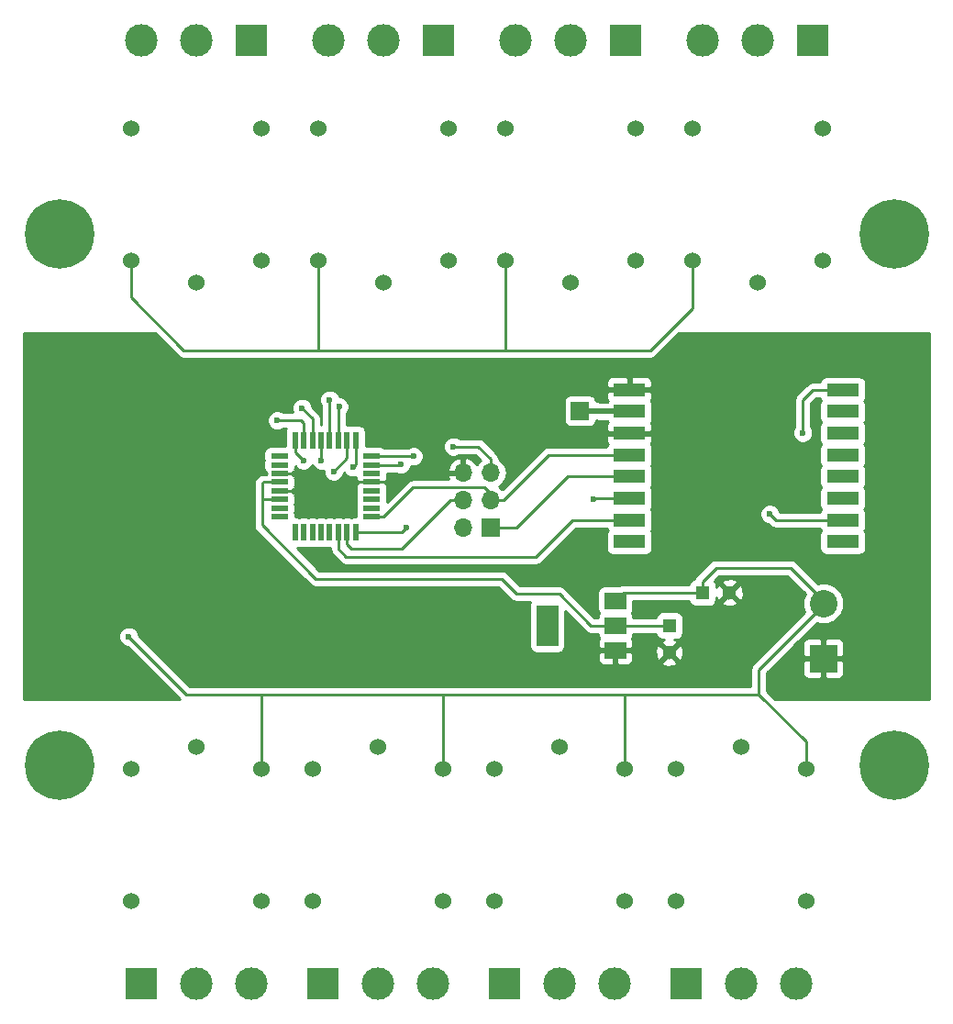
<source format=gtl>
G04 #@! TF.FileFunction,Copper,L1,Top,Signal*
%FSLAX45Y45*%
G04 Gerber Fmt 4.5, Leading zero omitted, Abs format (unit mm)*
G04 Created by KiCad (PCBNEW 4.0.5-e0-6337~49~ubuntu16.04.1) date Tue Jan 24 14:39:18 2017*
%MOMM*%
%LPD*%
G01*
G04 APERTURE LIST*
%ADD10C,0.100000*%
%ADD11R,1.600000X0.550000*%
%ADD12R,0.550000X1.600000*%
%ADD13R,2.540000X2.540000*%
%ADD14C,2.540000*%
%ADD15R,1.700000X1.700000*%
%ADD16O,1.700000X1.700000*%
%ADD17R,2.000000X3.800000*%
%ADD18R,2.000000X1.500000*%
%ADD19R,3.000000X1.200000*%
%ADD20R,1.300000X1.300000*%
%ADD21C,1.300000*%
%ADD22R,3.000000X3.000000*%
%ADD23C,3.000000*%
%ADD24C,1.524000*%
%ADD25C,6.400000*%
%ADD26C,0.600000*%
%ADD27C,0.250000*%
%ADD28C,0.500000*%
%ADD29C,0.254000*%
G04 APERTURE END LIST*
D10*
D11*
X14510200Y-9841900D03*
X14510200Y-9921900D03*
X14510200Y-10001900D03*
X14510200Y-10081900D03*
X14510200Y-10161900D03*
X14510200Y-10241900D03*
X14510200Y-10321900D03*
X14510200Y-10401900D03*
D12*
X14655200Y-10546900D03*
X14735200Y-10546900D03*
X14815200Y-10546900D03*
X14895200Y-10546900D03*
X14975200Y-10546900D03*
X15055200Y-10546900D03*
X15135200Y-10546900D03*
X15215200Y-10546900D03*
D11*
X15360200Y-10401900D03*
X15360200Y-10321900D03*
X15360200Y-10241900D03*
X15360200Y-10161900D03*
X15360200Y-10081900D03*
X15360200Y-10001900D03*
X15360200Y-9921900D03*
X15360200Y-9841900D03*
D12*
X15215200Y-9696900D03*
X15135200Y-9696900D03*
X15055200Y-9696900D03*
X14975200Y-9696900D03*
X14895200Y-9696900D03*
X14815200Y-9696900D03*
X14735200Y-9696900D03*
X14655200Y-9696900D03*
D13*
X19532600Y-11709400D03*
D14*
X19532600Y-11201400D03*
D15*
X17284700Y-9423400D03*
X16459200Y-10502900D03*
D16*
X16205200Y-10502900D03*
X16459200Y-10248900D03*
X16205200Y-10248900D03*
X16459200Y-9994900D03*
X16205200Y-9994900D03*
D17*
X16982400Y-11404600D03*
D18*
X17612400Y-11404600D03*
X17612400Y-11174600D03*
X17612400Y-11634600D03*
D19*
X19710700Y-10629900D03*
X19710700Y-10429900D03*
X19710700Y-10229900D03*
X19710700Y-10029900D03*
X19710700Y-9829900D03*
X19710700Y-9629900D03*
X19710700Y-9429900D03*
X19710700Y-9229900D03*
X17740700Y-9229900D03*
X17740700Y-9429900D03*
X17740700Y-9629900D03*
X17740700Y-9829900D03*
X17740700Y-10029900D03*
X17740700Y-10229900D03*
X17740700Y-10429900D03*
X17740700Y-10629900D03*
D20*
X18415000Y-11099800D03*
D21*
X18665000Y-11099800D03*
D20*
X18110200Y-11404600D03*
D21*
X18110200Y-11654600D03*
D22*
X14249400Y-6007100D03*
D23*
X13741400Y-6007100D03*
X13233400Y-6007100D03*
X14960600Y-6007100D03*
X15468600Y-6007100D03*
D22*
X15976600Y-6007100D03*
X17703800Y-6007100D03*
D23*
X17195800Y-6007100D03*
X16687800Y-6007100D03*
X18415000Y-6007100D03*
X18923000Y-6007100D03*
D22*
X19431000Y-6007100D03*
D23*
X19278600Y-14706600D03*
X18770600Y-14706600D03*
D22*
X18262600Y-14706600D03*
X16586200Y-14706600D03*
D23*
X17094200Y-14706600D03*
X17602200Y-14706600D03*
X15925800Y-14706600D03*
X15417800Y-14706600D03*
D22*
X14909800Y-14706600D03*
X13233400Y-14706600D03*
D23*
X13741400Y-14706600D03*
X14249400Y-14706600D03*
D24*
X13741400Y-8239500D03*
X13141400Y-6819500D03*
X14341400Y-6819500D03*
X14341400Y-8039500D03*
X13141400Y-8039500D03*
X14868600Y-8039500D03*
X16068600Y-8039500D03*
X16068600Y-6819500D03*
X14868600Y-6819500D03*
X15468600Y-8239500D03*
X17195800Y-8239500D03*
X16595800Y-6819500D03*
X17795800Y-6819500D03*
X17795800Y-8039500D03*
X16595800Y-8039500D03*
X18323000Y-8039500D03*
X19523000Y-8039500D03*
X19523000Y-6819500D03*
X18323000Y-6819500D03*
X18923000Y-8239500D03*
X18770600Y-12525000D03*
X19370600Y-13945000D03*
X18170600Y-13945000D03*
X18170600Y-12725000D03*
X19370600Y-12725000D03*
X17694200Y-12725000D03*
X16494200Y-12725000D03*
X16494200Y-13945000D03*
X17694200Y-13945000D03*
X17094200Y-12525000D03*
X15417800Y-12525000D03*
X16017800Y-13945000D03*
X14817800Y-13945000D03*
X14817800Y-12725000D03*
X16017800Y-12725000D03*
X14341400Y-12725000D03*
X13141400Y-12725000D03*
X13141400Y-13945000D03*
X14341400Y-13945000D03*
X13741400Y-12525000D03*
D25*
X20183000Y-7792700D03*
X12483000Y-7792700D03*
X12483000Y-12697400D03*
X20183000Y-12697400D03*
D26*
X19342100Y-9626600D03*
X17411700Y-10236200D03*
X15684500Y-10502900D03*
X14897100Y-9880600D03*
X16116300Y-9753600D03*
X14732000Y-9880600D03*
X19037300Y-10375900D03*
X13119100Y-11506200D03*
X15633700Y-9918700D03*
X15748000Y-9842500D03*
X15189200Y-9944100D03*
X15011400Y-9982200D03*
X15062200Y-9385300D03*
X14973300Y-9321800D03*
X14719300Y-9398000D03*
X14490700Y-9512300D03*
D27*
X19710700Y-9229900D02*
X19434000Y-9229900D01*
X19434000Y-9229900D02*
X19342100Y-9321800D01*
X19342100Y-9321800D02*
X19342100Y-9626600D01*
X14351000Y-10241900D02*
X14351000Y-10477500D01*
X14846300Y-10972800D02*
X16560800Y-10972800D01*
X14351000Y-10477500D02*
X14846300Y-10972800D01*
X14510200Y-10241900D02*
X14351000Y-10241900D01*
X14351000Y-10241900D02*
X14351000Y-10236200D01*
X14510200Y-10081900D02*
X14365600Y-10081900D01*
X14351000Y-10096500D02*
X14351000Y-10236200D01*
X14365600Y-10081900D02*
X14351000Y-10096500D01*
X16560800Y-10972800D02*
X16700500Y-11112500D01*
X17094200Y-11112500D02*
X17386300Y-11404600D01*
X16700500Y-11112500D02*
X17094200Y-11112500D01*
X17386300Y-11404600D02*
X17612400Y-11404600D01*
X17612400Y-11404600D02*
X18110200Y-11404600D01*
X14508300Y-10083800D02*
X14510200Y-10081900D01*
X17740700Y-10429900D02*
X17218000Y-10429900D01*
X15055200Y-10699100D02*
X15055200Y-10546900D01*
X15125700Y-10769600D02*
X15055200Y-10699100D01*
X16878300Y-10769600D02*
X15125700Y-10769600D01*
X17218000Y-10429900D02*
X16878300Y-10769600D01*
X17418000Y-10229900D02*
X17740700Y-10229900D01*
X17411700Y-10236200D02*
X17418000Y-10229900D01*
X16205200Y-10248900D02*
X16205200Y-10287000D01*
X15135200Y-10546900D02*
X15135200Y-10652100D01*
X15643170Y-10693400D02*
X15677140Y-10659430D01*
X15176500Y-10693400D02*
X15643170Y-10693400D01*
X15135200Y-10652100D02*
X15176500Y-10693400D01*
X16087670Y-10248900D02*
X15677140Y-10659430D01*
X16205200Y-10248900D02*
X16087670Y-10248900D01*
X15215200Y-10546900D02*
X15640500Y-10546900D01*
X15640500Y-10546900D02*
X15684500Y-10502900D01*
X16459200Y-10502900D02*
X16700500Y-10502900D01*
X17173500Y-10029900D02*
X17740700Y-10029900D01*
X16700500Y-10502900D02*
X17173500Y-10029900D01*
X16995730Y-9829900D02*
X16576730Y-10248900D01*
X17740700Y-9829900D02*
X16995730Y-9829900D01*
X16459200Y-10248900D02*
X16517970Y-10248900D01*
X16517970Y-10248900D02*
X16576730Y-10248900D01*
X15744790Y-10129840D02*
X15472730Y-10401900D01*
X16398910Y-10129840D02*
X15744790Y-10129840D01*
X16517970Y-10248900D02*
X16398910Y-10129840D01*
X15360200Y-10401900D02*
X15472730Y-10401900D01*
X14895200Y-9696900D02*
X14895200Y-9878700D01*
X14895200Y-9878700D02*
X14897100Y-9880600D01*
X16459200Y-9994900D02*
X16459200Y-9867900D01*
X16344900Y-9753600D02*
X16116300Y-9753600D01*
X16459200Y-9867900D02*
X16344900Y-9753600D01*
X14897100Y-9695000D02*
X14895200Y-9696900D01*
X14655200Y-9696900D02*
X14655200Y-9803800D01*
X14655200Y-9803800D02*
X14732000Y-9880600D01*
X19710700Y-10429900D02*
X19091300Y-10429900D01*
X19091300Y-10429900D02*
X19037300Y-10375900D01*
D28*
X17451230Y-9429900D02*
X17444730Y-9423400D01*
X17740700Y-9429900D02*
X17451230Y-9429900D01*
X17284700Y-9423400D02*
X17444730Y-9423400D01*
D27*
X14341400Y-12725000D02*
X14341400Y-12039600D01*
X14341400Y-12039600D02*
X14338300Y-12039600D01*
X13119100Y-11506200D02*
X13652500Y-12039600D01*
X13652500Y-12039600D02*
X14338300Y-12039600D01*
X14338300Y-12039600D02*
X14973300Y-12039600D01*
X18323000Y-8039500D02*
X18323000Y-8474000D01*
X18323000Y-8474000D02*
X17932400Y-8864600D01*
X13141400Y-8039500D02*
X13141400Y-8378900D01*
X13627100Y-8864600D02*
X13843000Y-8864600D01*
X13141400Y-8378900D02*
X13627100Y-8864600D01*
X14868600Y-8039500D02*
X14868600Y-8864600D01*
X14868600Y-8864600D02*
X14859000Y-8864600D01*
X16595800Y-8039500D02*
X16595800Y-8864600D01*
X16595800Y-8864600D02*
X16598900Y-8864600D01*
X19370600Y-12725000D02*
X19370600Y-12474600D01*
X19370600Y-12474600D02*
X18935600Y-12039600D01*
X17694200Y-12725000D02*
X17694200Y-12039600D01*
X17694200Y-12039600D02*
X17691100Y-12039600D01*
X16017800Y-12725000D02*
X16017800Y-12039600D01*
X16017800Y-12039600D02*
X16027400Y-12039600D01*
X18415000Y-11099800D02*
X17687200Y-11099800D01*
X17687200Y-11099800D02*
X17612400Y-11174600D01*
X14859000Y-8049100D02*
X14868600Y-8039500D01*
X14859000Y-8864600D02*
X13843000Y-8864600D01*
X17932400Y-8864600D02*
X17043400Y-8864600D01*
X17043400Y-8864600D02*
X16598900Y-8864600D01*
X16598900Y-8864600D02*
X15303500Y-8864600D01*
X15303500Y-8864600D02*
X14859000Y-8864600D01*
X18935600Y-12039600D02*
X17691100Y-12039600D01*
X17691100Y-12039600D02*
X17259300Y-12039600D01*
X17259300Y-12039600D02*
X16027400Y-12039600D01*
X16027400Y-12039600D02*
X15582900Y-12039600D01*
X15582900Y-12039600D02*
X14973300Y-12039600D01*
X19532600Y-11201400D02*
X19532600Y-11214100D01*
X19532600Y-11214100D02*
X18935600Y-11811100D01*
X18935600Y-11811100D02*
X18935600Y-12039600D01*
X19532600Y-11201400D02*
X19532600Y-11176000D01*
X19532600Y-11176000D02*
X19227800Y-10871200D01*
X19227800Y-10871200D02*
X18757900Y-10871200D01*
X18757900Y-10871200D02*
X18542000Y-10871200D01*
X18542000Y-10871200D02*
X18415000Y-10998200D01*
X18415000Y-10998200D02*
X18415000Y-11099800D01*
X15360200Y-10081900D02*
X15610200Y-10081900D01*
X15697200Y-9994900D02*
X16205200Y-9994900D01*
X15610200Y-10081900D02*
X15697200Y-9994900D01*
X14510200Y-10161900D02*
X14831700Y-10161900D01*
X14831700Y-10161900D02*
X14911700Y-10081900D01*
X15360200Y-10081900D02*
X14911700Y-10081900D01*
X14911700Y-10081900D02*
X14895200Y-10081900D01*
X14815200Y-10001900D02*
X14510200Y-10001900D01*
X14895200Y-10081900D02*
X14815200Y-10001900D01*
X15630500Y-9921900D02*
X15360200Y-9921900D01*
X15633700Y-9918700D02*
X15630500Y-9921900D01*
X15360200Y-9841900D02*
X15747400Y-9841900D01*
X15747400Y-9841900D02*
X15748000Y-9842500D01*
X15215200Y-9918100D02*
X15215200Y-9696900D01*
X15189200Y-9944100D02*
X15215200Y-9918100D01*
X15135200Y-9696900D02*
X15135200Y-9858400D01*
X15135200Y-9858400D02*
X15011400Y-9982200D01*
X15055200Y-9392300D02*
X15055200Y-9696900D01*
X15062200Y-9385300D02*
X15055200Y-9392300D01*
X14975200Y-9696900D02*
X14975200Y-9323700D01*
X14975200Y-9323700D02*
X14973300Y-9321800D01*
X14973300Y-9695000D02*
X14975200Y-9696900D01*
X14815200Y-9696900D02*
X14815200Y-9493900D01*
X14815200Y-9493900D02*
X14719300Y-9398000D01*
X14732000Y-9537700D02*
X14732000Y-9693700D01*
X14706600Y-9512300D02*
X14732000Y-9537700D01*
X14490700Y-9512300D02*
X14706600Y-9512300D01*
X14732000Y-9693700D02*
X14735200Y-9696900D01*
D29*
G36*
X13573360Y-8918340D02*
X13598016Y-8934815D01*
X13627100Y-8940600D01*
X17932400Y-8940600D01*
X17961484Y-8934815D01*
X17986140Y-8918340D01*
X18194380Y-8710100D01*
X20512000Y-8710100D01*
X20512000Y-12084700D01*
X19088180Y-12084700D01*
X19011600Y-12008120D01*
X19011600Y-11842580D01*
X19116205Y-11737975D01*
X19342100Y-11737975D01*
X19342100Y-11849031D01*
X19351767Y-11872370D01*
X19369630Y-11890233D01*
X19392969Y-11899900D01*
X19504025Y-11899900D01*
X19519900Y-11884025D01*
X19519900Y-11722100D01*
X19545300Y-11722100D01*
X19545300Y-11884025D01*
X19561175Y-11899900D01*
X19672231Y-11899900D01*
X19695570Y-11890233D01*
X19713433Y-11872370D01*
X19723100Y-11849031D01*
X19723100Y-11737975D01*
X19707225Y-11722100D01*
X19545300Y-11722100D01*
X19519900Y-11722100D01*
X19357975Y-11722100D01*
X19342100Y-11737975D01*
X19116205Y-11737975D01*
X19284411Y-11569769D01*
X19342100Y-11569769D01*
X19342100Y-11680825D01*
X19357975Y-11696700D01*
X19519900Y-11696700D01*
X19519900Y-11534775D01*
X19545300Y-11534775D01*
X19545300Y-11696700D01*
X19707225Y-11696700D01*
X19723100Y-11680825D01*
X19723100Y-11569769D01*
X19713433Y-11546430D01*
X19695570Y-11528567D01*
X19672231Y-11518900D01*
X19561175Y-11518900D01*
X19545300Y-11534775D01*
X19519900Y-11534775D01*
X19504025Y-11518900D01*
X19392969Y-11518900D01*
X19369630Y-11528567D01*
X19351767Y-11546430D01*
X19342100Y-11569769D01*
X19284411Y-11569769D01*
X19471769Y-11382411D01*
X19494541Y-11391867D01*
X19570327Y-11391933D01*
X19640369Y-11362992D01*
X19694004Y-11309450D01*
X19723067Y-11239459D01*
X19723133Y-11163674D01*
X19694192Y-11093631D01*
X19640651Y-11039996D01*
X19570659Y-11010933D01*
X19494874Y-11010867D01*
X19480773Y-11016693D01*
X19281540Y-10817460D01*
X19256884Y-10800985D01*
X19227800Y-10795200D01*
X18542000Y-10795200D01*
X18512916Y-10800985D01*
X18488260Y-10817460D01*
X18361260Y-10944460D01*
X18344785Y-10969116D01*
X18344388Y-10971112D01*
X18326468Y-10974484D01*
X18304856Y-10988391D01*
X18290357Y-11009611D01*
X18287484Y-11023800D01*
X17687200Y-11023800D01*
X17658116Y-11029585D01*
X17650228Y-11034856D01*
X17512400Y-11034856D01*
X17488868Y-11039284D01*
X17467256Y-11053191D01*
X17452757Y-11074411D01*
X17447656Y-11099600D01*
X17447656Y-11249600D01*
X17452084Y-11273132D01*
X17462776Y-11289748D01*
X17452757Y-11304411D01*
X17447859Y-11328600D01*
X17417780Y-11328600D01*
X17147940Y-11058760D01*
X17123284Y-11042285D01*
X17094200Y-11036500D01*
X16731980Y-11036500D01*
X16614540Y-10919060D01*
X16589884Y-10902585D01*
X16560800Y-10896800D01*
X14877780Y-10896800D01*
X14672624Y-10691644D01*
X14682700Y-10691644D01*
X14695659Y-10689206D01*
X14707700Y-10691644D01*
X14762700Y-10691644D01*
X14775659Y-10689206D01*
X14787700Y-10691644D01*
X14842700Y-10691644D01*
X14855659Y-10689206D01*
X14867700Y-10691644D01*
X14922700Y-10691644D01*
X14935659Y-10689206D01*
X14947700Y-10691644D01*
X14979200Y-10691644D01*
X14979200Y-10699100D01*
X14984985Y-10728184D01*
X15001460Y-10752840D01*
X15071960Y-10823340D01*
X15096616Y-10839815D01*
X15125700Y-10845600D01*
X16878300Y-10845600D01*
X16907384Y-10839815D01*
X16932040Y-10823340D01*
X17249480Y-10505900D01*
X17528967Y-10505900D01*
X17530384Y-10513432D01*
X17541076Y-10530048D01*
X17531057Y-10544711D01*
X17525956Y-10569900D01*
X17525956Y-10689900D01*
X17530384Y-10713432D01*
X17544291Y-10735044D01*
X17565511Y-10749543D01*
X17590700Y-10754644D01*
X17890700Y-10754644D01*
X17914232Y-10750216D01*
X17935844Y-10736309D01*
X17950343Y-10715089D01*
X17955444Y-10689900D01*
X17955444Y-10569900D01*
X17951016Y-10546368D01*
X17940324Y-10529752D01*
X17950343Y-10515089D01*
X17955444Y-10489900D01*
X17955444Y-10394417D01*
X18943784Y-10394417D01*
X18957988Y-10428794D01*
X18984267Y-10455119D01*
X19018620Y-10469384D01*
X19023308Y-10469388D01*
X19037560Y-10483640D01*
X19062216Y-10500115D01*
X19091300Y-10505900D01*
X19498967Y-10505900D01*
X19500384Y-10513432D01*
X19511076Y-10530048D01*
X19501057Y-10544711D01*
X19495956Y-10569900D01*
X19495956Y-10689900D01*
X19500384Y-10713432D01*
X19514291Y-10735044D01*
X19535511Y-10749543D01*
X19560700Y-10754644D01*
X19860700Y-10754644D01*
X19884232Y-10750216D01*
X19905844Y-10736309D01*
X19920343Y-10715089D01*
X19925444Y-10689900D01*
X19925444Y-10569900D01*
X19921016Y-10546368D01*
X19910324Y-10529752D01*
X19920343Y-10515089D01*
X19925444Y-10489900D01*
X19925444Y-10369900D01*
X19921016Y-10346368D01*
X19910324Y-10329752D01*
X19920343Y-10315089D01*
X19925444Y-10289900D01*
X19925444Y-10169900D01*
X19921016Y-10146368D01*
X19910324Y-10129752D01*
X19920343Y-10115089D01*
X19925444Y-10089900D01*
X19925444Y-9969900D01*
X19921016Y-9946368D01*
X19910324Y-9929752D01*
X19920343Y-9915089D01*
X19925444Y-9889900D01*
X19925444Y-9769900D01*
X19921016Y-9746368D01*
X19910324Y-9729752D01*
X19920343Y-9715089D01*
X19925444Y-9689900D01*
X19925444Y-9569900D01*
X19921016Y-9546368D01*
X19910324Y-9529752D01*
X19920343Y-9515089D01*
X19925444Y-9489900D01*
X19925444Y-9369900D01*
X19921016Y-9346368D01*
X19910324Y-9329752D01*
X19920343Y-9315089D01*
X19925444Y-9289900D01*
X19925444Y-9169900D01*
X19921016Y-9146368D01*
X19907109Y-9124756D01*
X19885889Y-9110257D01*
X19860700Y-9105156D01*
X19560700Y-9105156D01*
X19537168Y-9109584D01*
X19515556Y-9123491D01*
X19501057Y-9144711D01*
X19499196Y-9153900D01*
X19434000Y-9153900D01*
X19404916Y-9159685D01*
X19380260Y-9176160D01*
X19288360Y-9268060D01*
X19271885Y-9292716D01*
X19266100Y-9321800D01*
X19266100Y-9570354D01*
X19262881Y-9573567D01*
X19248616Y-9607920D01*
X19248584Y-9645117D01*
X19262788Y-9679494D01*
X19289067Y-9705819D01*
X19323420Y-9720084D01*
X19360617Y-9720116D01*
X19394994Y-9705912D01*
X19421319Y-9679633D01*
X19435584Y-9645280D01*
X19435616Y-9608083D01*
X19421412Y-9573706D01*
X19418100Y-9570388D01*
X19418100Y-9353280D01*
X19465480Y-9305900D01*
X19498967Y-9305900D01*
X19500384Y-9313432D01*
X19511076Y-9330048D01*
X19501057Y-9344711D01*
X19495956Y-9369900D01*
X19495956Y-9489900D01*
X19500384Y-9513432D01*
X19511076Y-9530048D01*
X19501057Y-9544711D01*
X19495956Y-9569900D01*
X19495956Y-9689900D01*
X19500384Y-9713432D01*
X19511076Y-9730048D01*
X19501057Y-9744711D01*
X19495956Y-9769900D01*
X19495956Y-9889900D01*
X19500384Y-9913432D01*
X19511076Y-9930048D01*
X19501057Y-9944711D01*
X19495956Y-9969900D01*
X19495956Y-10089900D01*
X19500384Y-10113432D01*
X19511076Y-10130048D01*
X19501057Y-10144711D01*
X19495956Y-10169900D01*
X19495956Y-10289900D01*
X19500384Y-10313432D01*
X19511076Y-10330048D01*
X19501057Y-10344711D01*
X19499196Y-10353900D01*
X19129377Y-10353900D01*
X19116612Y-10323006D01*
X19090333Y-10296681D01*
X19055980Y-10282416D01*
X19018783Y-10282384D01*
X18984406Y-10296588D01*
X18958081Y-10322867D01*
X18943816Y-10357220D01*
X18943784Y-10394417D01*
X17955444Y-10394417D01*
X17955444Y-10369900D01*
X17951016Y-10346368D01*
X17940324Y-10329752D01*
X17950343Y-10315089D01*
X17955444Y-10289900D01*
X17955444Y-10169900D01*
X17951016Y-10146368D01*
X17940324Y-10129752D01*
X17950343Y-10115089D01*
X17955444Y-10089900D01*
X17955444Y-9969900D01*
X17951016Y-9946368D01*
X17940324Y-9929752D01*
X17950343Y-9915089D01*
X17955444Y-9889900D01*
X17955444Y-9769900D01*
X17951016Y-9746368D01*
X17940452Y-9729951D01*
X17944533Y-9725870D01*
X17954200Y-9702531D01*
X17954200Y-9658475D01*
X17938325Y-9642600D01*
X17753400Y-9642600D01*
X17753400Y-9644600D01*
X17728000Y-9644600D01*
X17728000Y-9642600D01*
X17543075Y-9642600D01*
X17527200Y-9658475D01*
X17527200Y-9702531D01*
X17536867Y-9725870D01*
X17541063Y-9730066D01*
X17531057Y-9744711D01*
X17529196Y-9753900D01*
X16995730Y-9753900D01*
X16966646Y-9759685D01*
X16941990Y-9776160D01*
X16569975Y-10148175D01*
X16567115Y-10143895D01*
X16534197Y-10121900D01*
X16567115Y-10099905D01*
X16599305Y-10051729D01*
X16610609Y-9994900D01*
X16599305Y-9938072D01*
X16567115Y-9889895D01*
X16535200Y-9868570D01*
X16535200Y-9867900D01*
X16529415Y-9838816D01*
X16512940Y-9814160D01*
X16398640Y-9699860D01*
X16373984Y-9683385D01*
X16344900Y-9677600D01*
X16172546Y-9677600D01*
X16169333Y-9674381D01*
X16134980Y-9660116D01*
X16097783Y-9660084D01*
X16063406Y-9674288D01*
X16037081Y-9700567D01*
X16022816Y-9734920D01*
X16022784Y-9772117D01*
X16036988Y-9806494D01*
X16063267Y-9832819D01*
X16097620Y-9847084D01*
X16134817Y-9847116D01*
X16169194Y-9832912D01*
X16172512Y-9829600D01*
X16313420Y-9829600D01*
X16364731Y-9880911D01*
X16351285Y-9889895D01*
X16332365Y-9918210D01*
X16332364Y-9918208D01*
X16293336Y-9875382D01*
X16240889Y-9850751D01*
X16217900Y-9862818D01*
X16217900Y-9982200D01*
X16219900Y-9982200D01*
X16219900Y-10007600D01*
X16217900Y-10007600D01*
X16217900Y-10009600D01*
X16192500Y-10009600D01*
X16192500Y-10007600D01*
X16073184Y-10007600D01*
X16061052Y-10030589D01*
X16070683Y-10053840D01*
X15744790Y-10053840D01*
X15722871Y-10058200D01*
X15715706Y-10059625D01*
X15691050Y-10076100D01*
X15504944Y-10262206D01*
X15504944Y-10214400D01*
X15502506Y-10201441D01*
X15504944Y-10189400D01*
X15504944Y-10134400D01*
X15502955Y-10123830D01*
X15503700Y-10122031D01*
X15503700Y-10110475D01*
X15494060Y-10100835D01*
X15486609Y-10089256D01*
X15475860Y-10081912D01*
X15485344Y-10075809D01*
X15494249Y-10062776D01*
X15503700Y-10053325D01*
X15503700Y-10041769D01*
X15502853Y-10039725D01*
X15504944Y-10029400D01*
X15504944Y-9997900D01*
X15580648Y-9997900D01*
X15580667Y-9997919D01*
X15615020Y-10012184D01*
X15652217Y-10012216D01*
X15686594Y-9998012D01*
X15712919Y-9971733D01*
X15718119Y-9959211D01*
X16061052Y-9959211D01*
X16073184Y-9982200D01*
X16192500Y-9982200D01*
X16192500Y-9862818D01*
X16169511Y-9850751D01*
X16117064Y-9875382D01*
X16078035Y-9918208D01*
X16061052Y-9959211D01*
X15718119Y-9959211D01*
X15727184Y-9937380D01*
X15727186Y-9935098D01*
X15729320Y-9935984D01*
X15766517Y-9936016D01*
X15800894Y-9921812D01*
X15827219Y-9895533D01*
X15841484Y-9861180D01*
X15841516Y-9823983D01*
X15827312Y-9789606D01*
X15801033Y-9763281D01*
X15766680Y-9749016D01*
X15729483Y-9748984D01*
X15695106Y-9763188D01*
X15692389Y-9765900D01*
X15481697Y-9765900D01*
X15465389Y-9754757D01*
X15440200Y-9749656D01*
X15307444Y-9749656D01*
X15307444Y-9616900D01*
X15303016Y-9593368D01*
X15289109Y-9571756D01*
X15267889Y-9557257D01*
X15242700Y-9552156D01*
X15187700Y-9552156D01*
X15174741Y-9554594D01*
X15162700Y-9552156D01*
X15131200Y-9552156D01*
X15131200Y-9448534D01*
X15141419Y-9438333D01*
X15155684Y-9403980D01*
X15155716Y-9366783D01*
X15143988Y-9338400D01*
X17134956Y-9338400D01*
X17134956Y-9508400D01*
X17139384Y-9531932D01*
X17153291Y-9553544D01*
X17174511Y-9568043D01*
X17199700Y-9573144D01*
X17369700Y-9573144D01*
X17393232Y-9568716D01*
X17414844Y-9554809D01*
X17429343Y-9533589D01*
X17433147Y-9514803D01*
X17451230Y-9518400D01*
X17451231Y-9518400D01*
X17533581Y-9518400D01*
X17540948Y-9529849D01*
X17536867Y-9533930D01*
X17527200Y-9557269D01*
X17527200Y-9601325D01*
X17543075Y-9617200D01*
X17728000Y-9617200D01*
X17728000Y-9615200D01*
X17753400Y-9615200D01*
X17753400Y-9617200D01*
X17938325Y-9617200D01*
X17954200Y-9601325D01*
X17954200Y-9557269D01*
X17944533Y-9533930D01*
X17940337Y-9529734D01*
X17950343Y-9515089D01*
X17955444Y-9489900D01*
X17955444Y-9369900D01*
X17951016Y-9346368D01*
X17940452Y-9329951D01*
X17944533Y-9325870D01*
X17954200Y-9302531D01*
X17954200Y-9258475D01*
X17938325Y-9242600D01*
X17753400Y-9242600D01*
X17753400Y-9244600D01*
X17728000Y-9244600D01*
X17728000Y-9242600D01*
X17543075Y-9242600D01*
X17527200Y-9258475D01*
X17527200Y-9302531D01*
X17536867Y-9325870D01*
X17541063Y-9330066D01*
X17533319Y-9341400D01*
X17477408Y-9341400D01*
X17472782Y-9340480D01*
X17444730Y-9334900D01*
X17444730Y-9334900D01*
X17433785Y-9334900D01*
X17430016Y-9314868D01*
X17416109Y-9293256D01*
X17394889Y-9278757D01*
X17369700Y-9273656D01*
X17199700Y-9273656D01*
X17176168Y-9278084D01*
X17154556Y-9291991D01*
X17140057Y-9313211D01*
X17134956Y-9338400D01*
X15143988Y-9338400D01*
X15141512Y-9332406D01*
X15115233Y-9306081D01*
X15080880Y-9291816D01*
X15062071Y-9291800D01*
X15052612Y-9268906D01*
X15026333Y-9242581D01*
X14991980Y-9228316D01*
X14954783Y-9228284D01*
X14920406Y-9242488D01*
X14894081Y-9268767D01*
X14879816Y-9303120D01*
X14879784Y-9340317D01*
X14893988Y-9374694D01*
X14899200Y-9379915D01*
X14899200Y-9552156D01*
X14891200Y-9552156D01*
X14891200Y-9493900D01*
X14885415Y-9464816D01*
X14868940Y-9440160D01*
X14812812Y-9384032D01*
X14812816Y-9379483D01*
X14798612Y-9345106D01*
X14772333Y-9318781D01*
X14737980Y-9304516D01*
X14700783Y-9304484D01*
X14666406Y-9318688D01*
X14640081Y-9344967D01*
X14625816Y-9379320D01*
X14625784Y-9416517D01*
X14633958Y-9436300D01*
X14546946Y-9436300D01*
X14543733Y-9433081D01*
X14509380Y-9418816D01*
X14472183Y-9418784D01*
X14437806Y-9432988D01*
X14411481Y-9459267D01*
X14397216Y-9493620D01*
X14397184Y-9530817D01*
X14411388Y-9565194D01*
X14437667Y-9591519D01*
X14472020Y-9605784D01*
X14509217Y-9605816D01*
X14543594Y-9591612D01*
X14546912Y-9588300D01*
X14570387Y-9588300D01*
X14568057Y-9591711D01*
X14562956Y-9616900D01*
X14562956Y-9749656D01*
X14430200Y-9749656D01*
X14406668Y-9754084D01*
X14385056Y-9767991D01*
X14370557Y-9789211D01*
X14365456Y-9814400D01*
X14365456Y-9869400D01*
X14367894Y-9882359D01*
X14365456Y-9894400D01*
X14365456Y-9949400D01*
X14367445Y-9959971D01*
X14366700Y-9961769D01*
X14366700Y-9973325D01*
X14376340Y-9982965D01*
X14383791Y-9994544D01*
X14394540Y-10001888D01*
X14388305Y-10005900D01*
X14365600Y-10005900D01*
X14336516Y-10011685D01*
X14311860Y-10028160D01*
X14297260Y-10042760D01*
X14280785Y-10067416D01*
X14275000Y-10096500D01*
X14275000Y-10477500D01*
X14280785Y-10506584D01*
X14297260Y-10531240D01*
X14792560Y-11026540D01*
X14817216Y-11043015D01*
X14846300Y-11048800D01*
X16529320Y-11048800D01*
X16646760Y-11166240D01*
X16671416Y-11182715D01*
X16700500Y-11188500D01*
X16823379Y-11188500D01*
X16822757Y-11189411D01*
X16817656Y-11214600D01*
X16817656Y-11594600D01*
X16822084Y-11618132D01*
X16835991Y-11639744D01*
X16857211Y-11654243D01*
X16882400Y-11659344D01*
X17082400Y-11659344D01*
X17105932Y-11654916D01*
X17127544Y-11641009D01*
X17130620Y-11636508D01*
X17980438Y-11636508D01*
X17983392Y-11687543D01*
X17997239Y-11720973D01*
X18020298Y-11726541D01*
X18092240Y-11654600D01*
X18128161Y-11654600D01*
X18200102Y-11726541D01*
X18223161Y-11720973D01*
X18239962Y-11672692D01*
X18237008Y-11621657D01*
X18223161Y-11588227D01*
X18200102Y-11582659D01*
X18128161Y-11654600D01*
X18092240Y-11654600D01*
X18020298Y-11582659D01*
X17997239Y-11588227D01*
X17980438Y-11636508D01*
X17130620Y-11636508D01*
X17142043Y-11619789D01*
X17147144Y-11594600D01*
X17147144Y-11272924D01*
X17332560Y-11458340D01*
X17357216Y-11474815D01*
X17386300Y-11480600D01*
X17447844Y-11480600D01*
X17452084Y-11503132D01*
X17462648Y-11519549D01*
X17458567Y-11523630D01*
X17448900Y-11546969D01*
X17448900Y-11606025D01*
X17464775Y-11621900D01*
X17599700Y-11621900D01*
X17599700Y-11619900D01*
X17625100Y-11619900D01*
X17625100Y-11621900D01*
X17760025Y-11621900D01*
X17775900Y-11606025D01*
X17775900Y-11546969D01*
X17766233Y-11523630D01*
X17762037Y-11519434D01*
X17772043Y-11504789D01*
X17776942Y-11480600D01*
X17982526Y-11480600D01*
X17984884Y-11493132D01*
X17998791Y-11514744D01*
X18020011Y-11529243D01*
X18045200Y-11534344D01*
X18061439Y-11534344D01*
X18043827Y-11541639D01*
X18038259Y-11564698D01*
X18110200Y-11636639D01*
X18182141Y-11564698D01*
X18176573Y-11541639D01*
X18155610Y-11534344D01*
X18175200Y-11534344D01*
X18198732Y-11529916D01*
X18220344Y-11516009D01*
X18234843Y-11494789D01*
X18239944Y-11469600D01*
X18239944Y-11339600D01*
X18235516Y-11316068D01*
X18221609Y-11294456D01*
X18200389Y-11279957D01*
X18175200Y-11274856D01*
X18045200Y-11274856D01*
X18021668Y-11279284D01*
X18000056Y-11293191D01*
X17985557Y-11314411D01*
X17982684Y-11328600D01*
X17776956Y-11328600D01*
X17772716Y-11306068D01*
X17762024Y-11289452D01*
X17772043Y-11274789D01*
X17777144Y-11249600D01*
X17777144Y-11175800D01*
X18287326Y-11175800D01*
X18289684Y-11188332D01*
X18303591Y-11209944D01*
X18324811Y-11224443D01*
X18350000Y-11229544D01*
X18480000Y-11229544D01*
X18503532Y-11225116D01*
X18525144Y-11211209D01*
X18539643Y-11189989D01*
X18539701Y-11189702D01*
X18593059Y-11189702D01*
X18598627Y-11212761D01*
X18646908Y-11229562D01*
X18697943Y-11226608D01*
X18731373Y-11212761D01*
X18736941Y-11189702D01*
X18665000Y-11117761D01*
X18593059Y-11189702D01*
X18539701Y-11189702D01*
X18544744Y-11164800D01*
X18544744Y-11148562D01*
X18552039Y-11166173D01*
X18575098Y-11171741D01*
X18647040Y-11099800D01*
X18682961Y-11099800D01*
X18754902Y-11171741D01*
X18777961Y-11166173D01*
X18794762Y-11117892D01*
X18791808Y-11066857D01*
X18777961Y-11033427D01*
X18754902Y-11027859D01*
X18682961Y-11099800D01*
X18647040Y-11099800D01*
X18575098Y-11027859D01*
X18552039Y-11033427D01*
X18544744Y-11054390D01*
X18544744Y-11034800D01*
X18540316Y-11011268D01*
X18539435Y-11009898D01*
X18593059Y-11009898D01*
X18665000Y-11081840D01*
X18736941Y-11009898D01*
X18731373Y-10986839D01*
X18683092Y-10970038D01*
X18632057Y-10972992D01*
X18598627Y-10986839D01*
X18593059Y-11009898D01*
X18539435Y-11009898D01*
X18528216Y-10992464D01*
X18573480Y-10947200D01*
X19196320Y-10947200D01*
X19362768Y-11113648D01*
X19342133Y-11163341D01*
X19342067Y-11239126D01*
X19359033Y-11280187D01*
X18881860Y-11757360D01*
X18865385Y-11782016D01*
X18859600Y-11811100D01*
X18859600Y-11963600D01*
X13683980Y-11963600D01*
X13383555Y-11663175D01*
X17448900Y-11663175D01*
X17448900Y-11722231D01*
X17458567Y-11745570D01*
X17476430Y-11763433D01*
X17499769Y-11773100D01*
X17583825Y-11773100D01*
X17599700Y-11757225D01*
X17599700Y-11647300D01*
X17625100Y-11647300D01*
X17625100Y-11757225D01*
X17640975Y-11773100D01*
X17725031Y-11773100D01*
X17748370Y-11763433D01*
X17766233Y-11745570D01*
X17766675Y-11744502D01*
X18038259Y-11744502D01*
X18043827Y-11767561D01*
X18092108Y-11784362D01*
X18143143Y-11781408D01*
X18176573Y-11767561D01*
X18182141Y-11744502D01*
X18110200Y-11672560D01*
X18038259Y-11744502D01*
X17766675Y-11744502D01*
X17775900Y-11722231D01*
X17775900Y-11663175D01*
X17760025Y-11647300D01*
X17625100Y-11647300D01*
X17599700Y-11647300D01*
X17464775Y-11647300D01*
X17448900Y-11663175D01*
X13383555Y-11663175D01*
X13212612Y-11492232D01*
X13212616Y-11487683D01*
X13198412Y-11453306D01*
X13172133Y-11426981D01*
X13137780Y-11412716D01*
X13100583Y-11412684D01*
X13066206Y-11426888D01*
X13039881Y-11453167D01*
X13025616Y-11487520D01*
X13025584Y-11524717D01*
X13039788Y-11559094D01*
X13066067Y-11585419D01*
X13100420Y-11599684D01*
X13105108Y-11599688D01*
X13590120Y-12084700D01*
X12154000Y-12084700D01*
X12154000Y-9157269D01*
X17527200Y-9157269D01*
X17527200Y-9201325D01*
X17543075Y-9217200D01*
X17728000Y-9217200D01*
X17728000Y-9122275D01*
X17753400Y-9122275D01*
X17753400Y-9217200D01*
X17938325Y-9217200D01*
X17954200Y-9201325D01*
X17954200Y-9157269D01*
X17944533Y-9133930D01*
X17926670Y-9116067D01*
X17903331Y-9106400D01*
X17769275Y-9106400D01*
X17753400Y-9122275D01*
X17728000Y-9122275D01*
X17712125Y-9106400D01*
X17578069Y-9106400D01*
X17554730Y-9116067D01*
X17536867Y-9133930D01*
X17527200Y-9157269D01*
X12154000Y-9157269D01*
X12154000Y-8710100D01*
X13365120Y-8710100D01*
X13573360Y-8918340D01*
X13573360Y-8918340D01*
G37*
X13573360Y-8918340D02*
X13598016Y-8934815D01*
X13627100Y-8940600D01*
X17932400Y-8940600D01*
X17961484Y-8934815D01*
X17986140Y-8918340D01*
X18194380Y-8710100D01*
X20512000Y-8710100D01*
X20512000Y-12084700D01*
X19088180Y-12084700D01*
X19011600Y-12008120D01*
X19011600Y-11842580D01*
X19116205Y-11737975D01*
X19342100Y-11737975D01*
X19342100Y-11849031D01*
X19351767Y-11872370D01*
X19369630Y-11890233D01*
X19392969Y-11899900D01*
X19504025Y-11899900D01*
X19519900Y-11884025D01*
X19519900Y-11722100D01*
X19545300Y-11722100D01*
X19545300Y-11884025D01*
X19561175Y-11899900D01*
X19672231Y-11899900D01*
X19695570Y-11890233D01*
X19713433Y-11872370D01*
X19723100Y-11849031D01*
X19723100Y-11737975D01*
X19707225Y-11722100D01*
X19545300Y-11722100D01*
X19519900Y-11722100D01*
X19357975Y-11722100D01*
X19342100Y-11737975D01*
X19116205Y-11737975D01*
X19284411Y-11569769D01*
X19342100Y-11569769D01*
X19342100Y-11680825D01*
X19357975Y-11696700D01*
X19519900Y-11696700D01*
X19519900Y-11534775D01*
X19545300Y-11534775D01*
X19545300Y-11696700D01*
X19707225Y-11696700D01*
X19723100Y-11680825D01*
X19723100Y-11569769D01*
X19713433Y-11546430D01*
X19695570Y-11528567D01*
X19672231Y-11518900D01*
X19561175Y-11518900D01*
X19545300Y-11534775D01*
X19519900Y-11534775D01*
X19504025Y-11518900D01*
X19392969Y-11518900D01*
X19369630Y-11528567D01*
X19351767Y-11546430D01*
X19342100Y-11569769D01*
X19284411Y-11569769D01*
X19471769Y-11382411D01*
X19494541Y-11391867D01*
X19570327Y-11391933D01*
X19640369Y-11362992D01*
X19694004Y-11309450D01*
X19723067Y-11239459D01*
X19723133Y-11163674D01*
X19694192Y-11093631D01*
X19640651Y-11039996D01*
X19570659Y-11010933D01*
X19494874Y-11010867D01*
X19480773Y-11016693D01*
X19281540Y-10817460D01*
X19256884Y-10800985D01*
X19227800Y-10795200D01*
X18542000Y-10795200D01*
X18512916Y-10800985D01*
X18488260Y-10817460D01*
X18361260Y-10944460D01*
X18344785Y-10969116D01*
X18344388Y-10971112D01*
X18326468Y-10974484D01*
X18304856Y-10988391D01*
X18290357Y-11009611D01*
X18287484Y-11023800D01*
X17687200Y-11023800D01*
X17658116Y-11029585D01*
X17650228Y-11034856D01*
X17512400Y-11034856D01*
X17488868Y-11039284D01*
X17467256Y-11053191D01*
X17452757Y-11074411D01*
X17447656Y-11099600D01*
X17447656Y-11249600D01*
X17452084Y-11273132D01*
X17462776Y-11289748D01*
X17452757Y-11304411D01*
X17447859Y-11328600D01*
X17417780Y-11328600D01*
X17147940Y-11058760D01*
X17123284Y-11042285D01*
X17094200Y-11036500D01*
X16731980Y-11036500D01*
X16614540Y-10919060D01*
X16589884Y-10902585D01*
X16560800Y-10896800D01*
X14877780Y-10896800D01*
X14672624Y-10691644D01*
X14682700Y-10691644D01*
X14695659Y-10689206D01*
X14707700Y-10691644D01*
X14762700Y-10691644D01*
X14775659Y-10689206D01*
X14787700Y-10691644D01*
X14842700Y-10691644D01*
X14855659Y-10689206D01*
X14867700Y-10691644D01*
X14922700Y-10691644D01*
X14935659Y-10689206D01*
X14947700Y-10691644D01*
X14979200Y-10691644D01*
X14979200Y-10699100D01*
X14984985Y-10728184D01*
X15001460Y-10752840D01*
X15071960Y-10823340D01*
X15096616Y-10839815D01*
X15125700Y-10845600D01*
X16878300Y-10845600D01*
X16907384Y-10839815D01*
X16932040Y-10823340D01*
X17249480Y-10505900D01*
X17528967Y-10505900D01*
X17530384Y-10513432D01*
X17541076Y-10530048D01*
X17531057Y-10544711D01*
X17525956Y-10569900D01*
X17525956Y-10689900D01*
X17530384Y-10713432D01*
X17544291Y-10735044D01*
X17565511Y-10749543D01*
X17590700Y-10754644D01*
X17890700Y-10754644D01*
X17914232Y-10750216D01*
X17935844Y-10736309D01*
X17950343Y-10715089D01*
X17955444Y-10689900D01*
X17955444Y-10569900D01*
X17951016Y-10546368D01*
X17940324Y-10529752D01*
X17950343Y-10515089D01*
X17955444Y-10489900D01*
X17955444Y-10394417D01*
X18943784Y-10394417D01*
X18957988Y-10428794D01*
X18984267Y-10455119D01*
X19018620Y-10469384D01*
X19023308Y-10469388D01*
X19037560Y-10483640D01*
X19062216Y-10500115D01*
X19091300Y-10505900D01*
X19498967Y-10505900D01*
X19500384Y-10513432D01*
X19511076Y-10530048D01*
X19501057Y-10544711D01*
X19495956Y-10569900D01*
X19495956Y-10689900D01*
X19500384Y-10713432D01*
X19514291Y-10735044D01*
X19535511Y-10749543D01*
X19560700Y-10754644D01*
X19860700Y-10754644D01*
X19884232Y-10750216D01*
X19905844Y-10736309D01*
X19920343Y-10715089D01*
X19925444Y-10689900D01*
X19925444Y-10569900D01*
X19921016Y-10546368D01*
X19910324Y-10529752D01*
X19920343Y-10515089D01*
X19925444Y-10489900D01*
X19925444Y-10369900D01*
X19921016Y-10346368D01*
X19910324Y-10329752D01*
X19920343Y-10315089D01*
X19925444Y-10289900D01*
X19925444Y-10169900D01*
X19921016Y-10146368D01*
X19910324Y-10129752D01*
X19920343Y-10115089D01*
X19925444Y-10089900D01*
X19925444Y-9969900D01*
X19921016Y-9946368D01*
X19910324Y-9929752D01*
X19920343Y-9915089D01*
X19925444Y-9889900D01*
X19925444Y-9769900D01*
X19921016Y-9746368D01*
X19910324Y-9729752D01*
X19920343Y-9715089D01*
X19925444Y-9689900D01*
X19925444Y-9569900D01*
X19921016Y-9546368D01*
X19910324Y-9529752D01*
X19920343Y-9515089D01*
X19925444Y-9489900D01*
X19925444Y-9369900D01*
X19921016Y-9346368D01*
X19910324Y-9329752D01*
X19920343Y-9315089D01*
X19925444Y-9289900D01*
X19925444Y-9169900D01*
X19921016Y-9146368D01*
X19907109Y-9124756D01*
X19885889Y-9110257D01*
X19860700Y-9105156D01*
X19560700Y-9105156D01*
X19537168Y-9109584D01*
X19515556Y-9123491D01*
X19501057Y-9144711D01*
X19499196Y-9153900D01*
X19434000Y-9153900D01*
X19404916Y-9159685D01*
X19380260Y-9176160D01*
X19288360Y-9268060D01*
X19271885Y-9292716D01*
X19266100Y-9321800D01*
X19266100Y-9570354D01*
X19262881Y-9573567D01*
X19248616Y-9607920D01*
X19248584Y-9645117D01*
X19262788Y-9679494D01*
X19289067Y-9705819D01*
X19323420Y-9720084D01*
X19360617Y-9720116D01*
X19394994Y-9705912D01*
X19421319Y-9679633D01*
X19435584Y-9645280D01*
X19435616Y-9608083D01*
X19421412Y-9573706D01*
X19418100Y-9570388D01*
X19418100Y-9353280D01*
X19465480Y-9305900D01*
X19498967Y-9305900D01*
X19500384Y-9313432D01*
X19511076Y-9330048D01*
X19501057Y-9344711D01*
X19495956Y-9369900D01*
X19495956Y-9489900D01*
X19500384Y-9513432D01*
X19511076Y-9530048D01*
X19501057Y-9544711D01*
X19495956Y-9569900D01*
X19495956Y-9689900D01*
X19500384Y-9713432D01*
X19511076Y-9730048D01*
X19501057Y-9744711D01*
X19495956Y-9769900D01*
X19495956Y-9889900D01*
X19500384Y-9913432D01*
X19511076Y-9930048D01*
X19501057Y-9944711D01*
X19495956Y-9969900D01*
X19495956Y-10089900D01*
X19500384Y-10113432D01*
X19511076Y-10130048D01*
X19501057Y-10144711D01*
X19495956Y-10169900D01*
X19495956Y-10289900D01*
X19500384Y-10313432D01*
X19511076Y-10330048D01*
X19501057Y-10344711D01*
X19499196Y-10353900D01*
X19129377Y-10353900D01*
X19116612Y-10323006D01*
X19090333Y-10296681D01*
X19055980Y-10282416D01*
X19018783Y-10282384D01*
X18984406Y-10296588D01*
X18958081Y-10322867D01*
X18943816Y-10357220D01*
X18943784Y-10394417D01*
X17955444Y-10394417D01*
X17955444Y-10369900D01*
X17951016Y-10346368D01*
X17940324Y-10329752D01*
X17950343Y-10315089D01*
X17955444Y-10289900D01*
X17955444Y-10169900D01*
X17951016Y-10146368D01*
X17940324Y-10129752D01*
X17950343Y-10115089D01*
X17955444Y-10089900D01*
X17955444Y-9969900D01*
X17951016Y-9946368D01*
X17940324Y-9929752D01*
X17950343Y-9915089D01*
X17955444Y-9889900D01*
X17955444Y-9769900D01*
X17951016Y-9746368D01*
X17940452Y-9729951D01*
X17944533Y-9725870D01*
X17954200Y-9702531D01*
X17954200Y-9658475D01*
X17938325Y-9642600D01*
X17753400Y-9642600D01*
X17753400Y-9644600D01*
X17728000Y-9644600D01*
X17728000Y-9642600D01*
X17543075Y-9642600D01*
X17527200Y-9658475D01*
X17527200Y-9702531D01*
X17536867Y-9725870D01*
X17541063Y-9730066D01*
X17531057Y-9744711D01*
X17529196Y-9753900D01*
X16995730Y-9753900D01*
X16966646Y-9759685D01*
X16941990Y-9776160D01*
X16569975Y-10148175D01*
X16567115Y-10143895D01*
X16534197Y-10121900D01*
X16567115Y-10099905D01*
X16599305Y-10051729D01*
X16610609Y-9994900D01*
X16599305Y-9938072D01*
X16567115Y-9889895D01*
X16535200Y-9868570D01*
X16535200Y-9867900D01*
X16529415Y-9838816D01*
X16512940Y-9814160D01*
X16398640Y-9699860D01*
X16373984Y-9683385D01*
X16344900Y-9677600D01*
X16172546Y-9677600D01*
X16169333Y-9674381D01*
X16134980Y-9660116D01*
X16097783Y-9660084D01*
X16063406Y-9674288D01*
X16037081Y-9700567D01*
X16022816Y-9734920D01*
X16022784Y-9772117D01*
X16036988Y-9806494D01*
X16063267Y-9832819D01*
X16097620Y-9847084D01*
X16134817Y-9847116D01*
X16169194Y-9832912D01*
X16172512Y-9829600D01*
X16313420Y-9829600D01*
X16364731Y-9880911D01*
X16351285Y-9889895D01*
X16332365Y-9918210D01*
X16332364Y-9918208D01*
X16293336Y-9875382D01*
X16240889Y-9850751D01*
X16217900Y-9862818D01*
X16217900Y-9982200D01*
X16219900Y-9982200D01*
X16219900Y-10007600D01*
X16217900Y-10007600D01*
X16217900Y-10009600D01*
X16192500Y-10009600D01*
X16192500Y-10007600D01*
X16073184Y-10007600D01*
X16061052Y-10030589D01*
X16070683Y-10053840D01*
X15744790Y-10053840D01*
X15722871Y-10058200D01*
X15715706Y-10059625D01*
X15691050Y-10076100D01*
X15504944Y-10262206D01*
X15504944Y-10214400D01*
X15502506Y-10201441D01*
X15504944Y-10189400D01*
X15504944Y-10134400D01*
X15502955Y-10123830D01*
X15503700Y-10122031D01*
X15503700Y-10110475D01*
X15494060Y-10100835D01*
X15486609Y-10089256D01*
X15475860Y-10081912D01*
X15485344Y-10075809D01*
X15494249Y-10062776D01*
X15503700Y-10053325D01*
X15503700Y-10041769D01*
X15502853Y-10039725D01*
X15504944Y-10029400D01*
X15504944Y-9997900D01*
X15580648Y-9997900D01*
X15580667Y-9997919D01*
X15615020Y-10012184D01*
X15652217Y-10012216D01*
X15686594Y-9998012D01*
X15712919Y-9971733D01*
X15718119Y-9959211D01*
X16061052Y-9959211D01*
X16073184Y-9982200D01*
X16192500Y-9982200D01*
X16192500Y-9862818D01*
X16169511Y-9850751D01*
X16117064Y-9875382D01*
X16078035Y-9918208D01*
X16061052Y-9959211D01*
X15718119Y-9959211D01*
X15727184Y-9937380D01*
X15727186Y-9935098D01*
X15729320Y-9935984D01*
X15766517Y-9936016D01*
X15800894Y-9921812D01*
X15827219Y-9895533D01*
X15841484Y-9861180D01*
X15841516Y-9823983D01*
X15827312Y-9789606D01*
X15801033Y-9763281D01*
X15766680Y-9749016D01*
X15729483Y-9748984D01*
X15695106Y-9763188D01*
X15692389Y-9765900D01*
X15481697Y-9765900D01*
X15465389Y-9754757D01*
X15440200Y-9749656D01*
X15307444Y-9749656D01*
X15307444Y-9616900D01*
X15303016Y-9593368D01*
X15289109Y-9571756D01*
X15267889Y-9557257D01*
X15242700Y-9552156D01*
X15187700Y-9552156D01*
X15174741Y-9554594D01*
X15162700Y-9552156D01*
X15131200Y-9552156D01*
X15131200Y-9448534D01*
X15141419Y-9438333D01*
X15155684Y-9403980D01*
X15155716Y-9366783D01*
X15143988Y-9338400D01*
X17134956Y-9338400D01*
X17134956Y-9508400D01*
X17139384Y-9531932D01*
X17153291Y-9553544D01*
X17174511Y-9568043D01*
X17199700Y-9573144D01*
X17369700Y-9573144D01*
X17393232Y-9568716D01*
X17414844Y-9554809D01*
X17429343Y-9533589D01*
X17433147Y-9514803D01*
X17451230Y-9518400D01*
X17451231Y-9518400D01*
X17533581Y-9518400D01*
X17540948Y-9529849D01*
X17536867Y-9533930D01*
X17527200Y-9557269D01*
X17527200Y-9601325D01*
X17543075Y-9617200D01*
X17728000Y-9617200D01*
X17728000Y-9615200D01*
X17753400Y-9615200D01*
X17753400Y-9617200D01*
X17938325Y-9617200D01*
X17954200Y-9601325D01*
X17954200Y-9557269D01*
X17944533Y-9533930D01*
X17940337Y-9529734D01*
X17950343Y-9515089D01*
X17955444Y-9489900D01*
X17955444Y-9369900D01*
X17951016Y-9346368D01*
X17940452Y-9329951D01*
X17944533Y-9325870D01*
X17954200Y-9302531D01*
X17954200Y-9258475D01*
X17938325Y-9242600D01*
X17753400Y-9242600D01*
X17753400Y-9244600D01*
X17728000Y-9244600D01*
X17728000Y-9242600D01*
X17543075Y-9242600D01*
X17527200Y-9258475D01*
X17527200Y-9302531D01*
X17536867Y-9325870D01*
X17541063Y-9330066D01*
X17533319Y-9341400D01*
X17477408Y-9341400D01*
X17472782Y-9340480D01*
X17444730Y-9334900D01*
X17444730Y-9334900D01*
X17433785Y-9334900D01*
X17430016Y-9314868D01*
X17416109Y-9293256D01*
X17394889Y-9278757D01*
X17369700Y-9273656D01*
X17199700Y-9273656D01*
X17176168Y-9278084D01*
X17154556Y-9291991D01*
X17140057Y-9313211D01*
X17134956Y-9338400D01*
X15143988Y-9338400D01*
X15141512Y-9332406D01*
X15115233Y-9306081D01*
X15080880Y-9291816D01*
X15062071Y-9291800D01*
X15052612Y-9268906D01*
X15026333Y-9242581D01*
X14991980Y-9228316D01*
X14954783Y-9228284D01*
X14920406Y-9242488D01*
X14894081Y-9268767D01*
X14879816Y-9303120D01*
X14879784Y-9340317D01*
X14893988Y-9374694D01*
X14899200Y-9379915D01*
X14899200Y-9552156D01*
X14891200Y-9552156D01*
X14891200Y-9493900D01*
X14885415Y-9464816D01*
X14868940Y-9440160D01*
X14812812Y-9384032D01*
X14812816Y-9379483D01*
X14798612Y-9345106D01*
X14772333Y-9318781D01*
X14737980Y-9304516D01*
X14700783Y-9304484D01*
X14666406Y-9318688D01*
X14640081Y-9344967D01*
X14625816Y-9379320D01*
X14625784Y-9416517D01*
X14633958Y-9436300D01*
X14546946Y-9436300D01*
X14543733Y-9433081D01*
X14509380Y-9418816D01*
X14472183Y-9418784D01*
X14437806Y-9432988D01*
X14411481Y-9459267D01*
X14397216Y-9493620D01*
X14397184Y-9530817D01*
X14411388Y-9565194D01*
X14437667Y-9591519D01*
X14472020Y-9605784D01*
X14509217Y-9605816D01*
X14543594Y-9591612D01*
X14546912Y-9588300D01*
X14570387Y-9588300D01*
X14568057Y-9591711D01*
X14562956Y-9616900D01*
X14562956Y-9749656D01*
X14430200Y-9749656D01*
X14406668Y-9754084D01*
X14385056Y-9767991D01*
X14370557Y-9789211D01*
X14365456Y-9814400D01*
X14365456Y-9869400D01*
X14367894Y-9882359D01*
X14365456Y-9894400D01*
X14365456Y-9949400D01*
X14367445Y-9959971D01*
X14366700Y-9961769D01*
X14366700Y-9973325D01*
X14376340Y-9982965D01*
X14383791Y-9994544D01*
X14394540Y-10001888D01*
X14388305Y-10005900D01*
X14365600Y-10005900D01*
X14336516Y-10011685D01*
X14311860Y-10028160D01*
X14297260Y-10042760D01*
X14280785Y-10067416D01*
X14275000Y-10096500D01*
X14275000Y-10477500D01*
X14280785Y-10506584D01*
X14297260Y-10531240D01*
X14792560Y-11026540D01*
X14817216Y-11043015D01*
X14846300Y-11048800D01*
X16529320Y-11048800D01*
X16646760Y-11166240D01*
X16671416Y-11182715D01*
X16700500Y-11188500D01*
X16823379Y-11188500D01*
X16822757Y-11189411D01*
X16817656Y-11214600D01*
X16817656Y-11594600D01*
X16822084Y-11618132D01*
X16835991Y-11639744D01*
X16857211Y-11654243D01*
X16882400Y-11659344D01*
X17082400Y-11659344D01*
X17105932Y-11654916D01*
X17127544Y-11641009D01*
X17130620Y-11636508D01*
X17980438Y-11636508D01*
X17983392Y-11687543D01*
X17997239Y-11720973D01*
X18020298Y-11726541D01*
X18092240Y-11654600D01*
X18128161Y-11654600D01*
X18200102Y-11726541D01*
X18223161Y-11720973D01*
X18239962Y-11672692D01*
X18237008Y-11621657D01*
X18223161Y-11588227D01*
X18200102Y-11582659D01*
X18128161Y-11654600D01*
X18092240Y-11654600D01*
X18020298Y-11582659D01*
X17997239Y-11588227D01*
X17980438Y-11636508D01*
X17130620Y-11636508D01*
X17142043Y-11619789D01*
X17147144Y-11594600D01*
X17147144Y-11272924D01*
X17332560Y-11458340D01*
X17357216Y-11474815D01*
X17386300Y-11480600D01*
X17447844Y-11480600D01*
X17452084Y-11503132D01*
X17462648Y-11519549D01*
X17458567Y-11523630D01*
X17448900Y-11546969D01*
X17448900Y-11606025D01*
X17464775Y-11621900D01*
X17599700Y-11621900D01*
X17599700Y-11619900D01*
X17625100Y-11619900D01*
X17625100Y-11621900D01*
X17760025Y-11621900D01*
X17775900Y-11606025D01*
X17775900Y-11546969D01*
X17766233Y-11523630D01*
X17762037Y-11519434D01*
X17772043Y-11504789D01*
X17776942Y-11480600D01*
X17982526Y-11480600D01*
X17984884Y-11493132D01*
X17998791Y-11514744D01*
X18020011Y-11529243D01*
X18045200Y-11534344D01*
X18061439Y-11534344D01*
X18043827Y-11541639D01*
X18038259Y-11564698D01*
X18110200Y-11636639D01*
X18182141Y-11564698D01*
X18176573Y-11541639D01*
X18155610Y-11534344D01*
X18175200Y-11534344D01*
X18198732Y-11529916D01*
X18220344Y-11516009D01*
X18234843Y-11494789D01*
X18239944Y-11469600D01*
X18239944Y-11339600D01*
X18235516Y-11316068D01*
X18221609Y-11294456D01*
X18200389Y-11279957D01*
X18175200Y-11274856D01*
X18045200Y-11274856D01*
X18021668Y-11279284D01*
X18000056Y-11293191D01*
X17985557Y-11314411D01*
X17982684Y-11328600D01*
X17776956Y-11328600D01*
X17772716Y-11306068D01*
X17762024Y-11289452D01*
X17772043Y-11274789D01*
X17777144Y-11249600D01*
X17777144Y-11175800D01*
X18287326Y-11175800D01*
X18289684Y-11188332D01*
X18303591Y-11209944D01*
X18324811Y-11224443D01*
X18350000Y-11229544D01*
X18480000Y-11229544D01*
X18503532Y-11225116D01*
X18525144Y-11211209D01*
X18539643Y-11189989D01*
X18539701Y-11189702D01*
X18593059Y-11189702D01*
X18598627Y-11212761D01*
X18646908Y-11229562D01*
X18697943Y-11226608D01*
X18731373Y-11212761D01*
X18736941Y-11189702D01*
X18665000Y-11117761D01*
X18593059Y-11189702D01*
X18539701Y-11189702D01*
X18544744Y-11164800D01*
X18544744Y-11148562D01*
X18552039Y-11166173D01*
X18575098Y-11171741D01*
X18647040Y-11099800D01*
X18682961Y-11099800D01*
X18754902Y-11171741D01*
X18777961Y-11166173D01*
X18794762Y-11117892D01*
X18791808Y-11066857D01*
X18777961Y-11033427D01*
X18754902Y-11027859D01*
X18682961Y-11099800D01*
X18647040Y-11099800D01*
X18575098Y-11027859D01*
X18552039Y-11033427D01*
X18544744Y-11054390D01*
X18544744Y-11034800D01*
X18540316Y-11011268D01*
X18539435Y-11009898D01*
X18593059Y-11009898D01*
X18665000Y-11081840D01*
X18736941Y-11009898D01*
X18731373Y-10986839D01*
X18683092Y-10970038D01*
X18632057Y-10972992D01*
X18598627Y-10986839D01*
X18593059Y-11009898D01*
X18539435Y-11009898D01*
X18528216Y-10992464D01*
X18573480Y-10947200D01*
X19196320Y-10947200D01*
X19362768Y-11113648D01*
X19342133Y-11163341D01*
X19342067Y-11239126D01*
X19359033Y-11280187D01*
X18881860Y-11757360D01*
X18865385Y-11782016D01*
X18859600Y-11811100D01*
X18859600Y-11963600D01*
X13683980Y-11963600D01*
X13383555Y-11663175D01*
X17448900Y-11663175D01*
X17448900Y-11722231D01*
X17458567Y-11745570D01*
X17476430Y-11763433D01*
X17499769Y-11773100D01*
X17583825Y-11773100D01*
X17599700Y-11757225D01*
X17599700Y-11647300D01*
X17625100Y-11647300D01*
X17625100Y-11757225D01*
X17640975Y-11773100D01*
X17725031Y-11773100D01*
X17748370Y-11763433D01*
X17766233Y-11745570D01*
X17766675Y-11744502D01*
X18038259Y-11744502D01*
X18043827Y-11767561D01*
X18092108Y-11784362D01*
X18143143Y-11781408D01*
X18176573Y-11767561D01*
X18182141Y-11744502D01*
X18110200Y-11672560D01*
X18038259Y-11744502D01*
X17766675Y-11744502D01*
X17775900Y-11722231D01*
X17775900Y-11663175D01*
X17760025Y-11647300D01*
X17625100Y-11647300D01*
X17599700Y-11647300D01*
X17464775Y-11647300D01*
X17448900Y-11663175D01*
X13383555Y-11663175D01*
X13212612Y-11492232D01*
X13212616Y-11487683D01*
X13198412Y-11453306D01*
X13172133Y-11426981D01*
X13137780Y-11412716D01*
X13100583Y-11412684D01*
X13066206Y-11426888D01*
X13039881Y-11453167D01*
X13025616Y-11487520D01*
X13025584Y-11524717D01*
X13039788Y-11559094D01*
X13066067Y-11585419D01*
X13100420Y-11599684D01*
X13105108Y-11599688D01*
X13590120Y-12084700D01*
X12154000Y-12084700D01*
X12154000Y-9157269D01*
X17527200Y-9157269D01*
X17527200Y-9201325D01*
X17543075Y-9217200D01*
X17728000Y-9217200D01*
X17728000Y-9122275D01*
X17753400Y-9122275D01*
X17753400Y-9217200D01*
X17938325Y-9217200D01*
X17954200Y-9201325D01*
X17954200Y-9157269D01*
X17944533Y-9133930D01*
X17926670Y-9116067D01*
X17903331Y-9106400D01*
X17769275Y-9106400D01*
X17753400Y-9122275D01*
X17728000Y-9122275D01*
X17712125Y-9106400D01*
X17578069Y-9106400D01*
X17554730Y-9116067D01*
X17536867Y-9133930D01*
X17527200Y-9157269D01*
X12154000Y-9157269D01*
X12154000Y-8710100D01*
X13365120Y-8710100D01*
X13573360Y-8918340D01*
G36*
X14817788Y-9933494D02*
X14844067Y-9959819D01*
X14878420Y-9974084D01*
X14915617Y-9974116D01*
X14917908Y-9973170D01*
X14917884Y-10000717D01*
X14932088Y-10035094D01*
X14958367Y-10061419D01*
X14992720Y-10075684D01*
X15029917Y-10075716D01*
X15064294Y-10061512D01*
X15090619Y-10035233D01*
X15104884Y-10000880D01*
X15104888Y-9996192D01*
X15108192Y-9992888D01*
X15109888Y-9996994D01*
X15136167Y-10023319D01*
X15170520Y-10037584D01*
X15207717Y-10037616D01*
X15216332Y-10034056D01*
X15217445Y-10039971D01*
X15216700Y-10041769D01*
X15216700Y-10053325D01*
X15226340Y-10062965D01*
X15233791Y-10074544D01*
X15244540Y-10081888D01*
X15235056Y-10087991D01*
X15226150Y-10101025D01*
X15216700Y-10110475D01*
X15216700Y-10122031D01*
X15217547Y-10124075D01*
X15215456Y-10134400D01*
X15215456Y-10189400D01*
X15217894Y-10202359D01*
X15215456Y-10214400D01*
X15215456Y-10269400D01*
X15217894Y-10282359D01*
X15215456Y-10294400D01*
X15215456Y-10349400D01*
X15217894Y-10362359D01*
X15215456Y-10374400D01*
X15215456Y-10402156D01*
X15187700Y-10402156D01*
X15174741Y-10404594D01*
X15162700Y-10402156D01*
X15107700Y-10402156D01*
X15094741Y-10404594D01*
X15082700Y-10402156D01*
X15027700Y-10402156D01*
X15014741Y-10404594D01*
X15002700Y-10402156D01*
X14947700Y-10402156D01*
X14934741Y-10404594D01*
X14922700Y-10402156D01*
X14867700Y-10402156D01*
X14854741Y-10404594D01*
X14842700Y-10402156D01*
X14787700Y-10402156D01*
X14774741Y-10404594D01*
X14762700Y-10402156D01*
X14707700Y-10402156D01*
X14694741Y-10404594D01*
X14682700Y-10402156D01*
X14654944Y-10402156D01*
X14654944Y-10374400D01*
X14652506Y-10361441D01*
X14654944Y-10349400D01*
X14654944Y-10294400D01*
X14652506Y-10281441D01*
X14654944Y-10269400D01*
X14654944Y-10214400D01*
X14652955Y-10203830D01*
X14653700Y-10202031D01*
X14653700Y-10190475D01*
X14644060Y-10180835D01*
X14636609Y-10169256D01*
X14625860Y-10161912D01*
X14635344Y-10155809D01*
X14644249Y-10142776D01*
X14653700Y-10133325D01*
X14653700Y-10121769D01*
X14652853Y-10119725D01*
X14654944Y-10109400D01*
X14654944Y-10054400D01*
X14652955Y-10043830D01*
X14653700Y-10042031D01*
X14653700Y-10030475D01*
X14644060Y-10020835D01*
X14636609Y-10009256D01*
X14625860Y-10001912D01*
X14635344Y-9995809D01*
X14644249Y-9982776D01*
X14653700Y-9973325D01*
X14653700Y-9961769D01*
X14652853Y-9959725D01*
X14654944Y-9949400D01*
X14654944Y-9935754D01*
X14678967Y-9959819D01*
X14713320Y-9974084D01*
X14750517Y-9974116D01*
X14784894Y-9959912D01*
X14811219Y-9933633D01*
X14814540Y-9925634D01*
X14817788Y-9933494D01*
X14817788Y-9933494D01*
G37*
X14817788Y-9933494D02*
X14844067Y-9959819D01*
X14878420Y-9974084D01*
X14915617Y-9974116D01*
X14917908Y-9973170D01*
X14917884Y-10000717D01*
X14932088Y-10035094D01*
X14958367Y-10061419D01*
X14992720Y-10075684D01*
X15029917Y-10075716D01*
X15064294Y-10061512D01*
X15090619Y-10035233D01*
X15104884Y-10000880D01*
X15104888Y-9996192D01*
X15108192Y-9992888D01*
X15109888Y-9996994D01*
X15136167Y-10023319D01*
X15170520Y-10037584D01*
X15207717Y-10037616D01*
X15216332Y-10034056D01*
X15217445Y-10039971D01*
X15216700Y-10041769D01*
X15216700Y-10053325D01*
X15226340Y-10062965D01*
X15233791Y-10074544D01*
X15244540Y-10081888D01*
X15235056Y-10087991D01*
X15226150Y-10101025D01*
X15216700Y-10110475D01*
X15216700Y-10122031D01*
X15217547Y-10124075D01*
X15215456Y-10134400D01*
X15215456Y-10189400D01*
X15217894Y-10202359D01*
X15215456Y-10214400D01*
X15215456Y-10269400D01*
X15217894Y-10282359D01*
X15215456Y-10294400D01*
X15215456Y-10349400D01*
X15217894Y-10362359D01*
X15215456Y-10374400D01*
X15215456Y-10402156D01*
X15187700Y-10402156D01*
X15174741Y-10404594D01*
X15162700Y-10402156D01*
X15107700Y-10402156D01*
X15094741Y-10404594D01*
X15082700Y-10402156D01*
X15027700Y-10402156D01*
X15014741Y-10404594D01*
X15002700Y-10402156D01*
X14947700Y-10402156D01*
X14934741Y-10404594D01*
X14922700Y-10402156D01*
X14867700Y-10402156D01*
X14854741Y-10404594D01*
X14842700Y-10402156D01*
X14787700Y-10402156D01*
X14774741Y-10404594D01*
X14762700Y-10402156D01*
X14707700Y-10402156D01*
X14694741Y-10404594D01*
X14682700Y-10402156D01*
X14654944Y-10402156D01*
X14654944Y-10374400D01*
X14652506Y-10361441D01*
X14654944Y-10349400D01*
X14654944Y-10294400D01*
X14652506Y-10281441D01*
X14654944Y-10269400D01*
X14654944Y-10214400D01*
X14652955Y-10203830D01*
X14653700Y-10202031D01*
X14653700Y-10190475D01*
X14644060Y-10180835D01*
X14636609Y-10169256D01*
X14625860Y-10161912D01*
X14635344Y-10155809D01*
X14644249Y-10142776D01*
X14653700Y-10133325D01*
X14653700Y-10121769D01*
X14652853Y-10119725D01*
X14654944Y-10109400D01*
X14654944Y-10054400D01*
X14652955Y-10043830D01*
X14653700Y-10042031D01*
X14653700Y-10030475D01*
X14644060Y-10020835D01*
X14636609Y-10009256D01*
X14625860Y-10001912D01*
X14635344Y-9995809D01*
X14644249Y-9982776D01*
X14653700Y-9973325D01*
X14653700Y-9961769D01*
X14652853Y-9959725D01*
X14654944Y-9949400D01*
X14654944Y-9935754D01*
X14678967Y-9959819D01*
X14713320Y-9974084D01*
X14750517Y-9974116D01*
X14784894Y-9959912D01*
X14811219Y-9933633D01*
X14814540Y-9925634D01*
X14817788Y-9933494D01*
M02*

</source>
